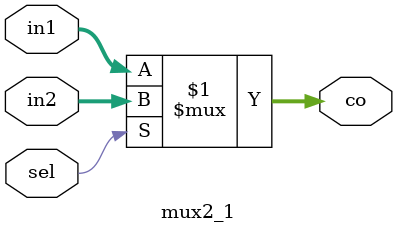
<source format=v>
module mux2_1 (sel, in1, in2, co);
input sel;
input [3:0]in1, in2;

output [3:0]co;

assign co = sel?in2:in1;
endmodule

</source>
